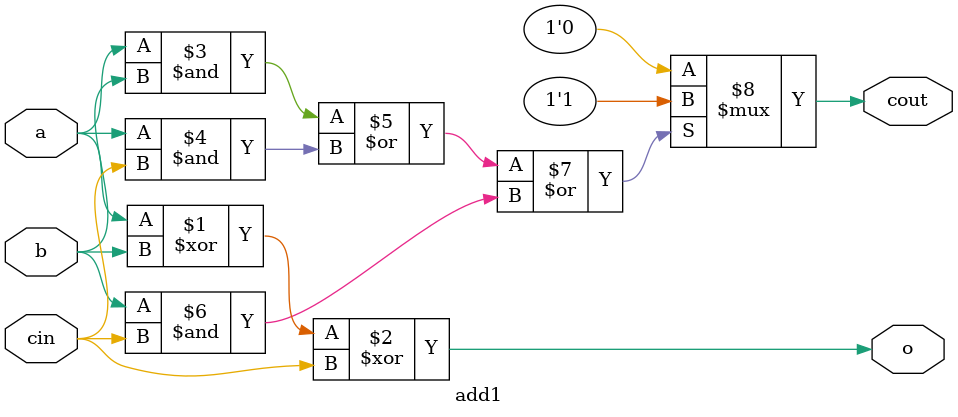
<source format=v>
module top_module( 
    input [99:0] a, b,
    input cin,
    output [99:0] cout,
    output [99:0] sum );
genvar i,j;
//被sb ij不分气晕


generate
    for(i=0;i<100;i=i+1)
    begin:N
    wire this_in;
    wire this_out;
    add1 ua1(
        .a(a[i]),
        .b(b[i]),
        .cin(this_in),
        .cout(this_out),
        .o(sum[i])
    );
    assign cout[i] = this_out;
    end      
endgenerate

assign N[0].this_in = cin;

generate
for(j=1;j<100;j=j+1)
begin:nf
    assign N[j].this_in = N[j-1].this_out;
end
endgenerate


endmodule
module add1(
input a,
input b,
input cin,
output o,
output cout
);
assign o = a^b^cin;
assign cout = ((a&b)|(a&cin)|(b&cin))?1'b1:1'b0;
endmodule
</source>
